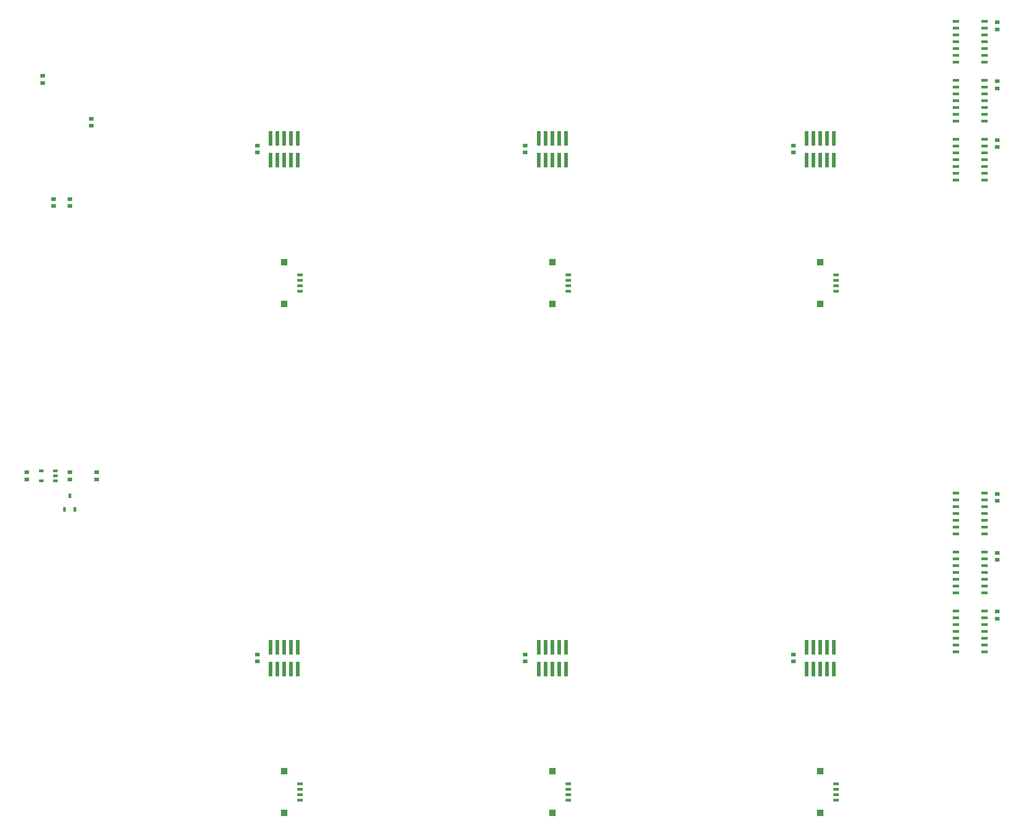
<source format=gtp>
G04*
G04 #@! TF.GenerationSoftware,Altium Limited,CircuitStudio,1.5.2 (30)*
G04*
G04 Layer_Color=7318015*
%FSLAX25Y25*%
%MOIN*%
G70*
G01*
G75*
%ADD10R,0.03543X0.02756*%
%ADD11R,0.03543X0.02362*%
%ADD12R,0.05118X0.04961*%
%ADD13R,0.03937X0.02165*%
%ADD14R,0.02913X0.10984*%
%ADD15R,0.04646X0.02284*%
%ADD16R,0.02362X0.03543*%
D10*
X429134Y868701D02*
D03*
Y863583D02*
D03*
X460630Y662795D02*
D03*
Y667913D02*
D03*
X409449D02*
D03*
Y662795D02*
D03*
X440945Y667913D02*
D03*
Y662795D02*
D03*
X1122047Y565551D02*
D03*
Y560433D02*
D03*
Y608858D02*
D03*
Y603740D02*
D03*
Y647047D02*
D03*
Y652165D02*
D03*
Y906890D02*
D03*
Y912008D02*
D03*
Y950197D02*
D03*
Y955315D02*
D03*
X775591Y902953D02*
D03*
Y908071D02*
D03*
X972441Y528937D02*
D03*
Y534055D02*
D03*
X578740Y528937D02*
D03*
Y534055D02*
D03*
Y902953D02*
D03*
Y908071D02*
D03*
X1122047Y993504D02*
D03*
Y998622D02*
D03*
X440945Y868701D02*
D03*
Y863583D02*
D03*
X456693Y922638D02*
D03*
Y927756D02*
D03*
X421260Y954134D02*
D03*
Y959252D02*
D03*
X972441Y908071D02*
D03*
Y902953D02*
D03*
X775591Y534055D02*
D03*
Y528937D02*
D03*
D11*
X420079Y661614D02*
D03*
Y669095D02*
D03*
X430315Y661614D02*
D03*
Y665354D02*
D03*
Y669095D02*
D03*
D12*
X992205Y417815D02*
D03*
Y448327D02*
D03*
X598504Y417815D02*
D03*
Y448327D02*
D03*
X795354Y417815D02*
D03*
Y448327D02*
D03*
X992205Y791831D02*
D03*
Y822342D02*
D03*
X795354Y791831D02*
D03*
Y822342D02*
D03*
X598504Y791831D02*
D03*
Y822342D02*
D03*
D13*
X1003937Y427165D02*
D03*
Y431102D02*
D03*
Y435039D02*
D03*
Y438976D02*
D03*
X610236Y427165D02*
D03*
Y431102D02*
D03*
Y435039D02*
D03*
Y438976D02*
D03*
X807087Y427165D02*
D03*
Y431102D02*
D03*
Y435039D02*
D03*
Y438976D02*
D03*
X1003937Y801181D02*
D03*
Y805118D02*
D03*
Y809055D02*
D03*
Y812992D02*
D03*
X807087Y801181D02*
D03*
Y805118D02*
D03*
Y809055D02*
D03*
Y812992D02*
D03*
X610236Y801181D02*
D03*
Y805118D02*
D03*
Y809055D02*
D03*
Y812992D02*
D03*
D14*
X1002126Y539508D02*
D03*
Y523484D02*
D03*
X997126Y539508D02*
D03*
Y523484D02*
D03*
X992126Y539508D02*
D03*
Y523484D02*
D03*
X987126Y539508D02*
D03*
Y523484D02*
D03*
X982126Y539508D02*
D03*
Y523484D02*
D03*
X608425Y539508D02*
D03*
Y523484D02*
D03*
X603425Y539508D02*
D03*
Y523484D02*
D03*
X598425Y539508D02*
D03*
Y523484D02*
D03*
X593425Y539508D02*
D03*
Y523484D02*
D03*
X588425Y539508D02*
D03*
Y523484D02*
D03*
X805276Y539508D02*
D03*
Y523484D02*
D03*
X800276Y539508D02*
D03*
Y523484D02*
D03*
X795276Y539508D02*
D03*
Y523484D02*
D03*
X790276Y539508D02*
D03*
Y523484D02*
D03*
X785276Y539508D02*
D03*
Y523484D02*
D03*
X1002126Y913524D02*
D03*
Y897500D02*
D03*
X997126Y913524D02*
D03*
Y897500D02*
D03*
X992126Y913524D02*
D03*
Y897500D02*
D03*
X987126Y913524D02*
D03*
Y897500D02*
D03*
X982126Y913524D02*
D03*
Y897500D02*
D03*
X805276Y913524D02*
D03*
Y897500D02*
D03*
X800276Y913524D02*
D03*
Y897500D02*
D03*
X795276Y913524D02*
D03*
Y897500D02*
D03*
X790276Y913524D02*
D03*
Y897500D02*
D03*
X785276Y913524D02*
D03*
Y897500D02*
D03*
X608425Y913524D02*
D03*
Y897500D02*
D03*
X603425Y913524D02*
D03*
Y897500D02*
D03*
X598425Y913524D02*
D03*
Y897500D02*
D03*
X593425Y913524D02*
D03*
Y897500D02*
D03*
X588425Y913524D02*
D03*
Y897500D02*
D03*
D15*
X1091890Y566181D02*
D03*
Y561181D02*
D03*
Y556181D02*
D03*
Y551181D02*
D03*
Y546181D02*
D03*
Y541181D02*
D03*
Y536181D02*
D03*
X1112835D02*
D03*
Y541181D02*
D03*
Y546181D02*
D03*
Y551181D02*
D03*
Y556181D02*
D03*
Y561181D02*
D03*
Y566181D02*
D03*
X1091890Y609488D02*
D03*
Y604488D02*
D03*
Y599488D02*
D03*
Y594488D02*
D03*
Y589488D02*
D03*
Y584488D02*
D03*
Y579488D02*
D03*
X1112835D02*
D03*
Y584488D02*
D03*
Y589488D02*
D03*
Y594488D02*
D03*
Y599488D02*
D03*
Y604488D02*
D03*
Y609488D02*
D03*
X1091890Y652795D02*
D03*
Y647795D02*
D03*
Y642795D02*
D03*
Y637795D02*
D03*
Y632795D02*
D03*
Y627795D02*
D03*
Y622795D02*
D03*
X1112835D02*
D03*
Y627795D02*
D03*
Y632795D02*
D03*
Y637795D02*
D03*
Y642795D02*
D03*
Y647795D02*
D03*
Y652795D02*
D03*
X1091890Y912638D02*
D03*
Y907638D02*
D03*
Y902638D02*
D03*
Y897638D02*
D03*
Y892638D02*
D03*
Y887638D02*
D03*
Y882638D02*
D03*
X1112835D02*
D03*
Y887638D02*
D03*
Y892638D02*
D03*
Y897638D02*
D03*
Y902638D02*
D03*
Y907638D02*
D03*
Y912638D02*
D03*
X1091890Y955945D02*
D03*
Y950945D02*
D03*
Y945945D02*
D03*
Y940945D02*
D03*
Y935945D02*
D03*
Y930945D02*
D03*
Y925945D02*
D03*
X1112835D02*
D03*
Y930945D02*
D03*
Y935945D02*
D03*
Y940945D02*
D03*
Y945945D02*
D03*
Y950945D02*
D03*
Y955945D02*
D03*
X1091890Y999252D02*
D03*
Y994252D02*
D03*
Y989252D02*
D03*
Y984252D02*
D03*
Y979252D02*
D03*
Y974252D02*
D03*
Y969252D02*
D03*
X1112835D02*
D03*
Y974252D02*
D03*
Y979252D02*
D03*
Y984252D02*
D03*
Y989252D02*
D03*
Y994252D02*
D03*
Y999252D02*
D03*
D16*
X440945Y650787D02*
D03*
X437205Y640551D02*
D03*
X444685D02*
D03*
M02*

</source>
